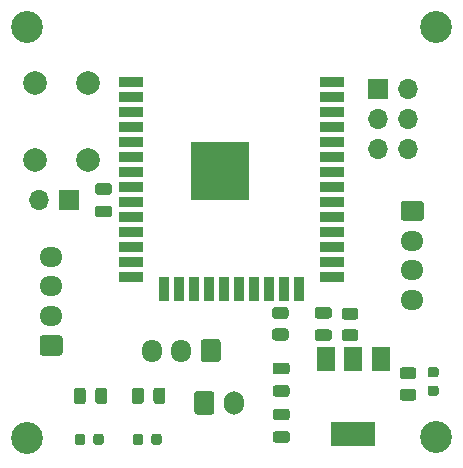
<source format=gbr>
%TF.GenerationSoftware,KiCad,Pcbnew,(5.1.10)-1*%
%TF.CreationDate,2021-08-06T22:26:06+02:00*%
%TF.ProjectId,board,626f6172-642e-46b6-9963-61645f706362,0.2*%
%TF.SameCoordinates,Original*%
%TF.FileFunction,Soldermask,Top*%
%TF.FilePolarity,Negative*%
%FSLAX46Y46*%
G04 Gerber Fmt 4.6, Leading zero omitted, Abs format (unit mm)*
G04 Created by KiCad (PCBNEW (5.1.10)-1) date 2021-08-06 22:26:06*
%MOMM*%
%LPD*%
G01*
G04 APERTURE LIST*
%ADD10C,2.000000*%
%ADD11O,1.700000X1.700000*%
%ADD12R,1.700000X1.700000*%
%ADD13O,1.700000X2.000000*%
%ADD14C,2.700000*%
%ADD15R,1.500000X2.000000*%
%ADD16R,3.800000X2.000000*%
%ADD17R,2.000000X0.900000*%
%ADD18R,0.900000X2.000000*%
%ADD19R,5.000000X5.000000*%
%ADD20O,1.950000X1.700000*%
%ADD21O,1.700000X1.950000*%
G04 APERTURE END LIST*
D10*
%TO.C,SW1*%
X58370000Y-28540000D03*
X62870000Y-28540000D03*
X58370000Y-35040000D03*
X62870000Y-35040000D03*
%TD*%
D11*
%TO.C,J6*%
X89980000Y-34090000D03*
X87440000Y-34090000D03*
X89980000Y-31550000D03*
X87440000Y-31550000D03*
X89980000Y-29010000D03*
D12*
X87440000Y-29010000D03*
%TD*%
D13*
%TO.C,J5*%
X75220000Y-55600000D03*
G36*
G01*
X71870000Y-56350000D02*
X71870000Y-54850000D01*
G75*
G02*
X72120000Y-54600000I250000J0D01*
G01*
X73320000Y-54600000D01*
G75*
G02*
X73570000Y-54850000I0J-250000D01*
G01*
X73570000Y-56350000D01*
G75*
G02*
X73320000Y-56600000I-250000J0D01*
G01*
X72120000Y-56600000D01*
G75*
G02*
X71870000Y-56350000I0J250000D01*
G01*
G37*
%TD*%
%TO.C,C1*%
G36*
G01*
X78765000Y-57980000D02*
X79715000Y-57980000D01*
G75*
G02*
X79965000Y-58230000I0J-250000D01*
G01*
X79965000Y-58730000D01*
G75*
G02*
X79715000Y-58980000I-250000J0D01*
G01*
X78765000Y-58980000D01*
G75*
G02*
X78515000Y-58730000I0J250000D01*
G01*
X78515000Y-58230000D01*
G75*
G02*
X78765000Y-57980000I250000J0D01*
G01*
G37*
G36*
G01*
X78765000Y-56080000D02*
X79715000Y-56080000D01*
G75*
G02*
X79965000Y-56330000I0J-250000D01*
G01*
X79965000Y-56830000D01*
G75*
G02*
X79715000Y-57080000I-250000J0D01*
G01*
X78765000Y-57080000D01*
G75*
G02*
X78515000Y-56830000I0J250000D01*
G01*
X78515000Y-56330000D01*
G75*
G02*
X78765000Y-56080000I250000J0D01*
G01*
G37*
%TD*%
%TO.C,R5*%
G36*
G01*
X64522500Y-54559998D02*
X64522500Y-55460002D01*
G75*
G02*
X64272502Y-55710000I-249998J0D01*
G01*
X63747498Y-55710000D01*
G75*
G02*
X63497500Y-55460002I0J249998D01*
G01*
X63497500Y-54559998D01*
G75*
G02*
X63747498Y-54310000I249998J0D01*
G01*
X64272502Y-54310000D01*
G75*
G02*
X64522500Y-54559998I0J-249998D01*
G01*
G37*
G36*
G01*
X62697500Y-54559998D02*
X62697500Y-55460002D01*
G75*
G02*
X62447502Y-55710000I-249998J0D01*
G01*
X61922498Y-55710000D01*
G75*
G02*
X61672500Y-55460002I0J249998D01*
G01*
X61672500Y-54559998D01*
G75*
G02*
X61922498Y-54310000I249998J0D01*
G01*
X62447502Y-54310000D01*
G75*
G02*
X62697500Y-54559998I0J-249998D01*
G01*
G37*
%TD*%
%TO.C,D3*%
G36*
G01*
X62637500Y-58433750D02*
X62637500Y-58946250D01*
G75*
G02*
X62418750Y-59165000I-218750J0D01*
G01*
X61981250Y-59165000D01*
G75*
G02*
X61762500Y-58946250I0J218750D01*
G01*
X61762500Y-58433750D01*
G75*
G02*
X61981250Y-58215000I218750J0D01*
G01*
X62418750Y-58215000D01*
G75*
G02*
X62637500Y-58433750I0J-218750D01*
G01*
G37*
G36*
G01*
X64212500Y-58433750D02*
X64212500Y-58946250D01*
G75*
G02*
X63993750Y-59165000I-218750J0D01*
G01*
X63556250Y-59165000D01*
G75*
G02*
X63337500Y-58946250I0J218750D01*
G01*
X63337500Y-58433750D01*
G75*
G02*
X63556250Y-58215000I218750J0D01*
G01*
X63993750Y-58215000D01*
G75*
G02*
X64212500Y-58433750I0J-218750D01*
G01*
G37*
%TD*%
%TO.C,D1*%
G36*
G01*
X67537500Y-58433750D02*
X67537500Y-58946250D01*
G75*
G02*
X67318750Y-59165000I-218750J0D01*
G01*
X66881250Y-59165000D01*
G75*
G02*
X66662500Y-58946250I0J218750D01*
G01*
X66662500Y-58433750D01*
G75*
G02*
X66881250Y-58215000I218750J0D01*
G01*
X67318750Y-58215000D01*
G75*
G02*
X67537500Y-58433750I0J-218750D01*
G01*
G37*
G36*
G01*
X69112500Y-58433750D02*
X69112500Y-58946250D01*
G75*
G02*
X68893750Y-59165000I-218750J0D01*
G01*
X68456250Y-59165000D01*
G75*
G02*
X68237500Y-58946250I0J218750D01*
G01*
X68237500Y-58433750D01*
G75*
G02*
X68456250Y-58215000I218750J0D01*
G01*
X68893750Y-58215000D01*
G75*
G02*
X69112500Y-58433750I0J-218750D01*
G01*
G37*
%TD*%
%TO.C,D2*%
G36*
G01*
X92356250Y-53437500D02*
X91843750Y-53437500D01*
G75*
G02*
X91625000Y-53218750I0J218750D01*
G01*
X91625000Y-52781250D01*
G75*
G02*
X91843750Y-52562500I218750J0D01*
G01*
X92356250Y-52562500D01*
G75*
G02*
X92575000Y-52781250I0J-218750D01*
G01*
X92575000Y-53218750D01*
G75*
G02*
X92356250Y-53437500I-218750J0D01*
G01*
G37*
G36*
G01*
X92356250Y-55012500D02*
X91843750Y-55012500D01*
G75*
G02*
X91625000Y-54793750I0J218750D01*
G01*
X91625000Y-54356250D01*
G75*
G02*
X91843750Y-54137500I218750J0D01*
G01*
X92356250Y-54137500D01*
G75*
G02*
X92575000Y-54356250I0J-218750D01*
G01*
X92575000Y-54793750D01*
G75*
G02*
X92356250Y-55012500I-218750J0D01*
G01*
G37*
%TD*%
%TO.C,R4*%
G36*
G01*
X67612500Y-54549998D02*
X67612500Y-55450002D01*
G75*
G02*
X67362502Y-55700000I-249998J0D01*
G01*
X66837498Y-55700000D01*
G75*
G02*
X66587500Y-55450002I0J249998D01*
G01*
X66587500Y-54549998D01*
G75*
G02*
X66837498Y-54300000I249998J0D01*
G01*
X67362502Y-54300000D01*
G75*
G02*
X67612500Y-54549998I0J-249998D01*
G01*
G37*
G36*
G01*
X69437500Y-54549998D02*
X69437500Y-55450002D01*
G75*
G02*
X69187502Y-55700000I-249998J0D01*
G01*
X68662498Y-55700000D01*
G75*
G02*
X68412500Y-55450002I0J249998D01*
G01*
X68412500Y-54549998D01*
G75*
G02*
X68662498Y-54300000I249998J0D01*
G01*
X69187502Y-54300000D01*
G75*
G02*
X69437500Y-54549998I0J-249998D01*
G01*
G37*
%TD*%
D14*
%TO.C,2*%
X92340000Y-58520000D03*
%TD*%
%TO.C,3*%
X57710000Y-58530000D03*
%TD*%
%TO.C,4*%
X57750000Y-23730000D03*
%TD*%
%TO.C,1*%
X92330000Y-23740000D03*
%TD*%
D15*
%TO.C,U2*%
X87650000Y-51900000D03*
X83050000Y-51900000D03*
X85350000Y-51900000D03*
D16*
X85350000Y-58200000D03*
%TD*%
D17*
%TO.C,U1*%
X83520000Y-28435000D03*
X83520000Y-29705000D03*
X83520000Y-30975000D03*
X83520000Y-32245000D03*
X83520000Y-33515000D03*
X83520000Y-34785000D03*
X83520000Y-36055000D03*
X83520000Y-37325000D03*
X83520000Y-38595000D03*
X83520000Y-39865000D03*
X83520000Y-41135000D03*
X83520000Y-42405000D03*
X83520000Y-43675000D03*
X83520000Y-44945000D03*
D18*
X80735000Y-45945000D03*
X79465000Y-45945000D03*
X78195000Y-45945000D03*
X76925000Y-45945000D03*
X75655000Y-45945000D03*
X74385000Y-45945000D03*
X73115000Y-45945000D03*
X71845000Y-45945000D03*
X70575000Y-45945000D03*
X69305000Y-45945000D03*
D17*
X66520000Y-44945000D03*
X66520000Y-43675000D03*
X66520000Y-42405000D03*
X66520000Y-41135000D03*
X66520000Y-39865000D03*
X66520000Y-38595000D03*
X66520000Y-37325000D03*
X66520000Y-36055000D03*
X66520000Y-34785000D03*
X66520000Y-33515000D03*
X66520000Y-32245000D03*
X66520000Y-30975000D03*
X66520000Y-29705000D03*
X66520000Y-28435000D03*
D19*
X74020000Y-35935000D03*
%TD*%
%TO.C,R3*%
G36*
G01*
X85510002Y-48547500D02*
X84609998Y-48547500D01*
G75*
G02*
X84360000Y-48297502I0J249998D01*
G01*
X84360000Y-47772498D01*
G75*
G02*
X84609998Y-47522500I249998J0D01*
G01*
X85510002Y-47522500D01*
G75*
G02*
X85760000Y-47772498I0J-249998D01*
G01*
X85760000Y-48297502D01*
G75*
G02*
X85510002Y-48547500I-249998J0D01*
G01*
G37*
G36*
G01*
X85510002Y-50372500D02*
X84609998Y-50372500D01*
G75*
G02*
X84360000Y-50122502I0J249998D01*
G01*
X84360000Y-49597498D01*
G75*
G02*
X84609998Y-49347500I249998J0D01*
G01*
X85510002Y-49347500D01*
G75*
G02*
X85760000Y-49597498I0J-249998D01*
G01*
X85760000Y-50122502D01*
G75*
G02*
X85510002Y-50372500I-249998J0D01*
G01*
G37*
%TD*%
%TO.C,R2*%
G36*
G01*
X89519998Y-54397500D02*
X90420002Y-54397500D01*
G75*
G02*
X90670000Y-54647498I0J-249998D01*
G01*
X90670000Y-55172502D01*
G75*
G02*
X90420002Y-55422500I-249998J0D01*
G01*
X89519998Y-55422500D01*
G75*
G02*
X89270000Y-55172502I0J249998D01*
G01*
X89270000Y-54647498D01*
G75*
G02*
X89519998Y-54397500I249998J0D01*
G01*
G37*
G36*
G01*
X89519998Y-52572500D02*
X90420002Y-52572500D01*
G75*
G02*
X90670000Y-52822498I0J-249998D01*
G01*
X90670000Y-53347502D01*
G75*
G02*
X90420002Y-53597500I-249998J0D01*
G01*
X89519998Y-53597500D01*
G75*
G02*
X89270000Y-53347502I0J249998D01*
G01*
X89270000Y-52822498D01*
G75*
G02*
X89519998Y-52572500I249998J0D01*
G01*
G37*
%TD*%
%TO.C,R1*%
G36*
G01*
X79610002Y-48497500D02*
X78709998Y-48497500D01*
G75*
G02*
X78460000Y-48247502I0J249998D01*
G01*
X78460000Y-47722498D01*
G75*
G02*
X78709998Y-47472500I249998J0D01*
G01*
X79610002Y-47472500D01*
G75*
G02*
X79860000Y-47722498I0J-249998D01*
G01*
X79860000Y-48247502D01*
G75*
G02*
X79610002Y-48497500I-249998J0D01*
G01*
G37*
G36*
G01*
X79610002Y-50322500D02*
X78709998Y-50322500D01*
G75*
G02*
X78460000Y-50072502I0J249998D01*
G01*
X78460000Y-49547498D01*
G75*
G02*
X78709998Y-49297500I249998J0D01*
G01*
X79610002Y-49297500D01*
G75*
G02*
X79860000Y-49547498I0J-249998D01*
G01*
X79860000Y-50072502D01*
G75*
G02*
X79610002Y-50322500I-249998J0D01*
G01*
G37*
%TD*%
D11*
%TO.C,J4*%
X58730000Y-38410000D03*
D12*
X61270000Y-38410000D03*
%TD*%
D20*
%TO.C,J3*%
X59750000Y-43240000D03*
X59750000Y-45740000D03*
X59750000Y-48240000D03*
G36*
G01*
X60475000Y-51590000D02*
X59025000Y-51590000D01*
G75*
G02*
X58775000Y-51340000I0J250000D01*
G01*
X58775000Y-50140000D01*
G75*
G02*
X59025000Y-49890000I250000J0D01*
G01*
X60475000Y-49890000D01*
G75*
G02*
X60725000Y-50140000I0J-250000D01*
G01*
X60725000Y-51340000D01*
G75*
G02*
X60475000Y-51590000I-250000J0D01*
G01*
G37*
%TD*%
%TO.C,J2*%
X90340000Y-46850000D03*
X90340000Y-44350000D03*
X90340000Y-41850000D03*
G36*
G01*
X89615000Y-38500000D02*
X91065000Y-38500000D01*
G75*
G02*
X91315000Y-38750000I0J-250000D01*
G01*
X91315000Y-39950000D01*
G75*
G02*
X91065000Y-40200000I-250000J0D01*
G01*
X89615000Y-40200000D01*
G75*
G02*
X89365000Y-39950000I0J250000D01*
G01*
X89365000Y-38750000D01*
G75*
G02*
X89615000Y-38500000I250000J0D01*
G01*
G37*
%TD*%
D21*
%TO.C,J1*%
X68260000Y-51170000D03*
X70760000Y-51170000D03*
G36*
G01*
X74110000Y-50445000D02*
X74110000Y-51895000D01*
G75*
G02*
X73860000Y-52145000I-250000J0D01*
G01*
X72660000Y-52145000D01*
G75*
G02*
X72410000Y-51895000I0J250000D01*
G01*
X72410000Y-50445000D01*
G75*
G02*
X72660000Y-50195000I250000J0D01*
G01*
X73860000Y-50195000D01*
G75*
G02*
X74110000Y-50445000I0J-250000D01*
G01*
G37*
%TD*%
%TO.C,C5*%
G36*
G01*
X83275000Y-48470000D02*
X82325000Y-48470000D01*
G75*
G02*
X82075000Y-48220000I0J250000D01*
G01*
X82075000Y-47720000D01*
G75*
G02*
X82325000Y-47470000I250000J0D01*
G01*
X83275000Y-47470000D01*
G75*
G02*
X83525000Y-47720000I0J-250000D01*
G01*
X83525000Y-48220000D01*
G75*
G02*
X83275000Y-48470000I-250000J0D01*
G01*
G37*
G36*
G01*
X83275000Y-50370000D02*
X82325000Y-50370000D01*
G75*
G02*
X82075000Y-50120000I0J250000D01*
G01*
X82075000Y-49620000D01*
G75*
G02*
X82325000Y-49370000I250000J0D01*
G01*
X83275000Y-49370000D01*
G75*
G02*
X83525000Y-49620000I0J-250000D01*
G01*
X83525000Y-50120000D01*
G75*
G02*
X83275000Y-50370000I-250000J0D01*
G01*
G37*
%TD*%
%TO.C,C4*%
G36*
G01*
X79705000Y-53190000D02*
X78755000Y-53190000D01*
G75*
G02*
X78505000Y-52940000I0J250000D01*
G01*
X78505000Y-52440000D01*
G75*
G02*
X78755000Y-52190000I250000J0D01*
G01*
X79705000Y-52190000D01*
G75*
G02*
X79955000Y-52440000I0J-250000D01*
G01*
X79955000Y-52940000D01*
G75*
G02*
X79705000Y-53190000I-250000J0D01*
G01*
G37*
G36*
G01*
X79705000Y-55090000D02*
X78755000Y-55090000D01*
G75*
G02*
X78505000Y-54840000I0J250000D01*
G01*
X78505000Y-54340000D01*
G75*
G02*
X78755000Y-54090000I250000J0D01*
G01*
X79705000Y-54090000D01*
G75*
G02*
X79955000Y-54340000I0J-250000D01*
G01*
X79955000Y-54840000D01*
G75*
G02*
X79705000Y-55090000I-250000J0D01*
G01*
G37*
%TD*%
%TO.C,C2*%
G36*
G01*
X64665000Y-37990000D02*
X63715000Y-37990000D01*
G75*
G02*
X63465000Y-37740000I0J250000D01*
G01*
X63465000Y-37240000D01*
G75*
G02*
X63715000Y-36990000I250000J0D01*
G01*
X64665000Y-36990000D01*
G75*
G02*
X64915000Y-37240000I0J-250000D01*
G01*
X64915000Y-37740000D01*
G75*
G02*
X64665000Y-37990000I-250000J0D01*
G01*
G37*
G36*
G01*
X64665000Y-39890000D02*
X63715000Y-39890000D01*
G75*
G02*
X63465000Y-39640000I0J250000D01*
G01*
X63465000Y-39140000D01*
G75*
G02*
X63715000Y-38890000I250000J0D01*
G01*
X64665000Y-38890000D01*
G75*
G02*
X64915000Y-39140000I0J-250000D01*
G01*
X64915000Y-39640000D01*
G75*
G02*
X64665000Y-39890000I-250000J0D01*
G01*
G37*
%TD*%
M02*

</source>
